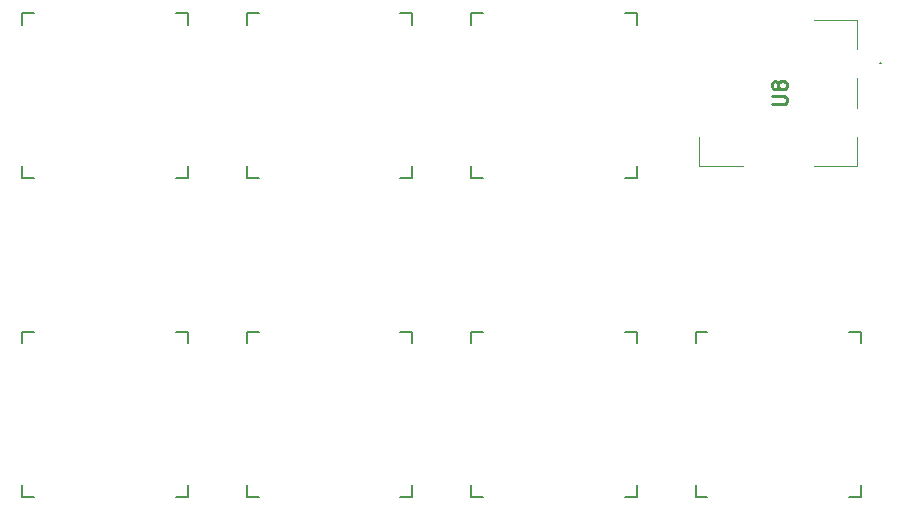
<source format=gbr>
%TF.GenerationSoftware,KiCad,Pcbnew,(6.0.0)*%
%TF.CreationDate,2022-01-03T17:45:39+09:00*%
%TF.ProjectId,MACRO-PAD,4d414352-4f2d-4504-9144-2e6b69636164,v0.2*%
%TF.SameCoordinates,Original*%
%TF.FileFunction,Legend,Top*%
%TF.FilePolarity,Positive*%
%FSLAX46Y46*%
G04 Gerber Fmt 4.6, Leading zero omitted, Abs format (unit mm)*
G04 Created by KiCad (PCBNEW (6.0.0)) date 2022-01-03 17:45:39*
%MOMM*%
%LPD*%
G01*
G04 APERTURE LIST*
%ADD10C,0.254000*%
%ADD11C,0.150000*%
%ADD12C,0.100000*%
%ADD13C,0.200000*%
G04 APERTURE END LIST*
D10*
%TO.C,U8*%
X156514523Y-85770419D02*
X157542619Y-85770419D01*
X157663571Y-85709942D01*
X157724047Y-85649466D01*
X157784523Y-85528514D01*
X157784523Y-85286609D01*
X157724047Y-85165657D01*
X157663571Y-85105180D01*
X157542619Y-85044704D01*
X156514523Y-85044704D01*
X157058809Y-84258514D02*
X156998333Y-84379466D01*
X156937857Y-84439942D01*
X156816904Y-84500419D01*
X156756428Y-84500419D01*
X156635476Y-84439942D01*
X156575000Y-84379466D01*
X156514523Y-84258514D01*
X156514523Y-84016609D01*
X156575000Y-83895657D01*
X156635476Y-83835180D01*
X156756428Y-83774704D01*
X156816904Y-83774704D01*
X156937857Y-83835180D01*
X156998333Y-83895657D01*
X157058809Y-84016609D01*
X157058809Y-84258514D01*
X157119285Y-84379466D01*
X157179761Y-84439942D01*
X157300714Y-84500419D01*
X157542619Y-84500419D01*
X157663571Y-84439942D01*
X157724047Y-84379466D01*
X157784523Y-84258514D01*
X157784523Y-84016609D01*
X157724047Y-83895657D01*
X157663571Y-83835180D01*
X157542619Y-83774704D01*
X157300714Y-83774704D01*
X157179761Y-83835180D01*
X157119285Y-83895657D01*
X157058809Y-84016609D01*
D11*
%TO.C,U7*%
X163060000Y-119005800D02*
X164060000Y-119005800D01*
X164060000Y-118005800D02*
X164060000Y-119005800D01*
X150060000Y-119005800D02*
X150060000Y-118005800D01*
X164060000Y-105005800D02*
X164060000Y-106005800D01*
X150060000Y-106005800D02*
X150060000Y-105005800D01*
X151060000Y-105005800D02*
X150060000Y-105005800D01*
X150060000Y-119005800D02*
X151060000Y-119005800D01*
X164060000Y-105005800D02*
X163060000Y-105005800D01*
%TO.C,U3*%
X144060000Y-92005800D02*
X145060000Y-92005800D01*
X145060000Y-91005800D02*
X145060000Y-92005800D01*
X131060000Y-92005800D02*
X131060000Y-91005800D01*
X145060000Y-78005800D02*
X145060000Y-79005800D01*
X131060000Y-79005800D02*
X131060000Y-78005800D01*
X132060000Y-78005800D02*
X131060000Y-78005800D01*
X131060000Y-92005800D02*
X132060000Y-92005800D01*
X145060000Y-78005800D02*
X144060000Y-78005800D01*
%TO.C,U4*%
X106060000Y-119005800D02*
X107060000Y-119005800D01*
X107060000Y-118005800D02*
X107060000Y-119005800D01*
X93060000Y-119005800D02*
X93060000Y-118005800D01*
X107060000Y-105005800D02*
X107060000Y-106005800D01*
X93060000Y-106005800D02*
X93060000Y-105005800D01*
X94060000Y-105005800D02*
X93060000Y-105005800D01*
X93060000Y-119005800D02*
X94060000Y-119005800D01*
X107060000Y-105005800D02*
X106060000Y-105005800D01*
%TO.C,U6*%
X144060000Y-119005800D02*
X145060000Y-119005800D01*
X145060000Y-118005800D02*
X145060000Y-119005800D01*
X131060000Y-119005800D02*
X131060000Y-118005800D01*
X145060000Y-105005800D02*
X145060000Y-106005800D01*
X131060000Y-106005800D02*
X131060000Y-105005800D01*
X132060000Y-105005800D02*
X131060000Y-105005800D01*
X131060000Y-119005800D02*
X132060000Y-119005800D01*
X145060000Y-105005800D02*
X144060000Y-105005800D01*
D12*
%TO.C,U8*%
X160060000Y-78602800D02*
X160060000Y-78602800D01*
X160060000Y-78602800D02*
X163760000Y-78602800D01*
X163760000Y-78602800D02*
X163760000Y-78602800D01*
X163760000Y-78602800D02*
X160060000Y-78602800D01*
X163760000Y-78602800D02*
X163760000Y-81052800D01*
X163760000Y-81052800D02*
X163760000Y-81052800D01*
X163760000Y-81052800D02*
X163760000Y-78602800D01*
X163760000Y-78602800D02*
X163760000Y-78602800D01*
X163760000Y-83552800D02*
X163760000Y-86052800D01*
X163760000Y-86052800D02*
X163760000Y-86052800D01*
X163760000Y-86052800D02*
X163760000Y-83552800D01*
X163760000Y-83552800D02*
X163760000Y-83552800D01*
X163760000Y-88552800D02*
X163760000Y-91002800D01*
X163760000Y-91002800D02*
X163760000Y-91002800D01*
X163760000Y-91002800D02*
X163760000Y-88552800D01*
X163760000Y-88552800D02*
X163760000Y-88552800D01*
X163760000Y-91002800D02*
X163760000Y-91002800D01*
X163760000Y-91002800D02*
X160060000Y-91002800D01*
X160060000Y-91002800D02*
X160060000Y-91002800D01*
X160060000Y-91002800D02*
X163760000Y-91002800D01*
X154060000Y-91002800D02*
X154060000Y-91002800D01*
X154060000Y-91002800D02*
X150360000Y-91002800D01*
X150360000Y-91002800D02*
X150360000Y-91002800D01*
X150360000Y-91002800D02*
X154060000Y-91002800D01*
X150360000Y-91002800D02*
X150360000Y-88552800D01*
X150360000Y-88552800D02*
X150360000Y-88552800D01*
X150360000Y-88552800D02*
X150360000Y-91002800D01*
X150360000Y-91002800D02*
X150360000Y-91002800D01*
D13*
X165660000Y-82302800D02*
X165660000Y-82302800D01*
X165760000Y-82302800D02*
X165760000Y-82302800D01*
X165660000Y-82302800D02*
X165660000Y-82302800D01*
X165660000Y-82302800D02*
G75*
G03*
X165760000Y-82302800I50000J0D01*
G01*
X165760000Y-82302800D02*
G75*
G03*
X165660000Y-82302800I-50000J0D01*
G01*
X165660000Y-82302800D02*
G75*
G03*
X165760000Y-82302800I50000J0D01*
G01*
D11*
%TO.C,U2*%
X125060000Y-92005800D02*
X126060000Y-92005800D01*
X126060000Y-91005800D02*
X126060000Y-92005800D01*
X112060000Y-92005800D02*
X112060000Y-91005800D01*
X126060000Y-78005800D02*
X126060000Y-79005800D01*
X112060000Y-79005800D02*
X112060000Y-78005800D01*
X113060000Y-78005800D02*
X112060000Y-78005800D01*
X112060000Y-92005800D02*
X113060000Y-92005800D01*
X126060000Y-78005800D02*
X125060000Y-78005800D01*
%TO.C,U5*%
X125060000Y-119005800D02*
X126060000Y-119005800D01*
X126060000Y-118005800D02*
X126060000Y-119005800D01*
X112060000Y-119005800D02*
X112060000Y-118005800D01*
X126060000Y-105005800D02*
X126060000Y-106005800D01*
X112060000Y-106005800D02*
X112060000Y-105005800D01*
X113060000Y-105005800D02*
X112060000Y-105005800D01*
X112060000Y-119005800D02*
X113060000Y-119005800D01*
X126060000Y-105005800D02*
X125060000Y-105005800D01*
%TO.C,U1*%
X106060000Y-92005800D02*
X107060000Y-92005800D01*
X107060000Y-91005800D02*
X107060000Y-92005800D01*
X93060000Y-92005800D02*
X93060000Y-91005800D01*
X107060000Y-78005800D02*
X107060000Y-79005800D01*
X93060000Y-79005800D02*
X93060000Y-78005800D01*
X94060000Y-78005800D02*
X93060000Y-78005800D01*
X93060000Y-92005800D02*
X94060000Y-92005800D01*
X107060000Y-78005800D02*
X106060000Y-78005800D01*
%TD*%
M02*

</source>
